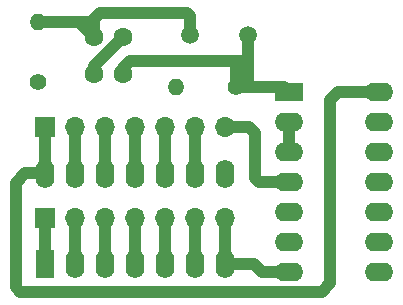
<source format=gbr>
%TF.GenerationSoftware,KiCad,Pcbnew,7.0.9+1*%
%TF.CreationDate,2023-12-23T17:09:25+01:00*%
%TF.ProjectId,PCB_external_oscillator,5043425f-6578-4746-9572-6e616c5f6f73,rev?*%
%TF.SameCoordinates,Original*%
%TF.FileFunction,Copper,L1,Top*%
%TF.FilePolarity,Positive*%
%FSLAX46Y46*%
G04 Gerber Fmt 4.6, Leading zero omitted, Abs format (unit mm)*
G04 Created by KiCad (PCBNEW 7.0.9+1) date 2023-12-23 17:09:25*
%MOMM*%
%LPD*%
G01*
G04 APERTURE LIST*
%TA.AperFunction,ComponentPad*%
%ADD10O,1.700000X1.700000*%
%TD*%
%TA.AperFunction,ComponentPad*%
%ADD11R,1.700000X1.700000*%
%TD*%
%TA.AperFunction,ComponentPad*%
%ADD12C,1.500000*%
%TD*%
%TA.AperFunction,ComponentPad*%
%ADD13O,1.600000X2.400000*%
%TD*%
%TA.AperFunction,ComponentPad*%
%ADD14R,1.600000X2.400000*%
%TD*%
%TA.AperFunction,ComponentPad*%
%ADD15C,1.600000*%
%TD*%
%TA.AperFunction,ComponentPad*%
%ADD16C,1.400000*%
%TD*%
%TA.AperFunction,ComponentPad*%
%ADD17O,1.400000X1.400000*%
%TD*%
%TA.AperFunction,ComponentPad*%
%ADD18O,2.400000X1.600000*%
%TD*%
%TA.AperFunction,ComponentPad*%
%ADD19R,2.400000X1.600000*%
%TD*%
%TA.AperFunction,Conductor*%
%ADD20C,1.000000*%
%TD*%
%TA.AperFunction,Conductor*%
%ADD21C,0.250000*%
%TD*%
G04 APERTURE END LIST*
D10*
%TO.P,J2,7*%
%TO.N,GND*%
X53975000Y-46177200D03*
%TO.P,J2,6*%
%TO.N,unconnected-(U2-Pad6)*%
X51435000Y-46177200D03*
%TO.P,J2,5*%
%TO.N,unconnected-(U2-Pad5)*%
X48895000Y-46177200D03*
%TO.P,J2,4*%
%TO.N,unconnected-(U2-Pad4)*%
X46355000Y-46177200D03*
%TO.P,J2,3*%
%TO.N,unconnected-(U2-Pad3)*%
X43815000Y-46177200D03*
%TO.P,J2,2*%
%TO.N,unconnected-(U2-Pad2)*%
X41275000Y-46177200D03*
D11*
%TO.P,J2,1*%
%TO.N,unconnected-(U2-Pad1)*%
X38735000Y-46177200D03*
%TD*%
D10*
%TO.P,J1,7*%
%TO.N,CLK*%
X53949600Y-38481000D03*
%TO.P,J1,6*%
%TO.N,unconnected-(U2-Pad9)*%
X51409600Y-38481000D03*
%TO.P,J1,5*%
%TO.N,unconnected-(U2-Pad10)*%
X48869600Y-38481000D03*
%TO.P,J1,4*%
%TO.N,unconnected-(U2-Pad11)*%
X46329600Y-38481000D03*
%TO.P,J1,3*%
%TO.N,unconnected-(U2-Pad12)*%
X43789600Y-38481000D03*
%TO.P,J1,2*%
%TO.N,unconnected-(U2-Pad13)*%
X41249600Y-38481000D03*
D11*
%TO.P,J1,1*%
%TO.N,+5V*%
X38709600Y-38481000D03*
%TD*%
D12*
%TO.P,Y1,1,1*%
%TO.N,Net-(C1-Pad1)*%
X55935000Y-30665200D03*
%TO.P,Y1,2,2*%
%TO.N,Net-(C2-Pad1)*%
X51055000Y-30665200D03*
%TD*%
D13*
%TO.P,74LS86,14*%
%TO.N,+5V*%
X38727600Y-42450800D03*
%TO.P,74LS86,13*%
%TO.N,unconnected-(U2-Pad13)*%
X41267600Y-42450800D03*
%TO.P,74LS86,12*%
%TO.N,unconnected-(U2-Pad12)*%
X43807600Y-42450800D03*
%TO.P,74LS86,11*%
%TO.N,unconnected-(U2-Pad11)*%
X46347600Y-42450800D03*
%TO.P,74LS86,10*%
%TO.N,unconnected-(U2-Pad10)*%
X48887600Y-42450800D03*
%TO.P,74LS86,9*%
%TO.N,unconnected-(U2-Pad9)*%
X51427600Y-42450800D03*
%TO.P,74LS86,8*%
%TO.N,unconnected-(U2-Pad8)*%
X53967600Y-42450800D03*
%TO.P,74LS86,7*%
%TO.N,GND*%
X53967600Y-50070800D03*
%TO.P,74LS86,6*%
%TO.N,unconnected-(U2-Pad6)*%
X51427600Y-50070800D03*
%TO.P,74LS86,5*%
%TO.N,unconnected-(U2-Pad5)*%
X48887600Y-50070800D03*
%TO.P,74LS86,4*%
%TO.N,unconnected-(U2-Pad4)*%
X46347600Y-50070800D03*
%TO.P,74LS86,3*%
%TO.N,unconnected-(U2-Pad3)*%
X43807600Y-50070800D03*
%TO.P,74LS86,2*%
%TO.N,unconnected-(U2-Pad2)*%
X41267600Y-50070800D03*
D14*
%TO.P,74LS86,1*%
%TO.N,unconnected-(U2-Pad1)*%
X38727600Y-50070800D03*
%TD*%
D15*
%TO.P,C1,1*%
%TO.N,Net-(C1-Pad1)*%
X45357000Y-33992600D03*
%TO.P,C1,2*%
%TO.N,GND*%
X42857000Y-33992600D03*
%TD*%
D16*
%TO.P,R1,1*%
%TO.N,Net-(C1-Pad1)*%
X54940200Y-35102800D03*
D17*
%TO.P,R1,2*%
%TO.N,Net-(R1-Pad2)*%
X49860200Y-35102800D03*
%TD*%
D18*
%TO.P,U1,14,VCC*%
%TO.N,+5V*%
X67056000Y-35534600D03*
%TO.P,U1,13*%
%TO.N,unconnected-(U1-Pad13)*%
X67056000Y-38074600D03*
%TO.P,U1,12*%
%TO.N,unconnected-(U1-Pad12)*%
X67056000Y-40614600D03*
%TO.P,U1,11*%
%TO.N,unconnected-(U1-Pad11)*%
X67056000Y-43154600D03*
%TO.P,U1,10*%
%TO.N,unconnected-(U1-Pad10)*%
X67056000Y-45694600D03*
%TO.P,U1,9*%
%TO.N,unconnected-(U1-Pad9)*%
X67056000Y-48234600D03*
%TO.P,U1,8*%
%TO.N,unconnected-(U1-Pad8)*%
X67056000Y-50774600D03*
%TO.P,U1,7,GND*%
%TO.N,GND*%
X59436000Y-50774600D03*
%TO.P,U1,6*%
%TO.N,unconnected-(U1-Pad6)*%
X59436000Y-48234600D03*
%TO.P,U1,5*%
%TO.N,unconnected-(U1-Pad5)*%
X59436000Y-45694600D03*
%TO.P,U1,4*%
%TO.N,CLK*%
X59436000Y-43154600D03*
%TO.P,U1,3*%
%TO.N,Net-(R1-Pad2)*%
X59436000Y-40614600D03*
%TO.P,U1,2*%
X59436000Y-38074600D03*
D19*
%TO.P,U1,1*%
%TO.N,Net-(C1-Pad1)*%
X59436000Y-35534600D03*
%TD*%
D16*
%TO.P,R2,1*%
%TO.N,Net-(R1-Pad2)*%
X38143400Y-34627600D03*
D17*
%TO.P,R2,2*%
%TO.N,Net-(C2-Pad1)*%
X38143400Y-29547600D03*
%TD*%
D15*
%TO.P,C2,1*%
%TO.N,Net-(C2-Pad1)*%
X42869800Y-30835600D03*
%TO.P,C2,2*%
%TO.N,GND*%
X45369800Y-30835600D03*
%TD*%
D20*
%TO.N,Net-(C2-Pad1)*%
X41581800Y-29547600D02*
X42613800Y-29547600D01*
X42613800Y-29547600D02*
X42869800Y-29291600D01*
%TO.N,Net-(C1-Pad1)*%
X54940200Y-35102800D02*
X56159400Y-35102800D01*
X56159400Y-35102800D02*
X59004200Y-35102800D01*
X55935000Y-32791400D02*
X55935000Y-34878400D01*
X55935000Y-34878400D02*
X56159400Y-35102800D01*
X55935000Y-30665200D02*
X55935000Y-32791400D01*
X55935000Y-32791400D02*
X55935000Y-34108000D01*
X55858800Y-32867600D02*
X55935000Y-32791400D01*
X54533800Y-32867600D02*
X55858800Y-32867600D01*
%TO.N,+5V*%
X36245800Y-52044600D02*
X36245800Y-43180000D01*
X37025800Y-42400000D02*
X38727600Y-42400000D01*
X36245800Y-43180000D02*
X37025800Y-42400000D01*
X67056000Y-35534600D02*
X63576200Y-35534600D01*
X63576200Y-35534600D02*
X62890400Y-36220400D01*
X62890400Y-36220400D02*
X62890400Y-51689000D01*
X62153800Y-52425600D02*
X36626800Y-52425600D01*
X62890400Y-51689000D02*
X62153800Y-52425600D01*
X36626800Y-52425600D02*
X36245800Y-52044600D01*
%TO.N,Net-(C1-Pad1)*%
X59004200Y-35102800D02*
X59436000Y-35534600D01*
D21*
X45357000Y-33992600D02*
X45357000Y-33484600D01*
D20*
X45357000Y-33484600D02*
X45974000Y-32867600D01*
X45974000Y-32867600D02*
X54533800Y-32867600D01*
X54533800Y-32867600D02*
X54940200Y-33274000D01*
X54940200Y-33274000D02*
X54940200Y-35102800D01*
%TO.N,Net-(C2-Pad1)*%
X42869800Y-30835600D02*
X42869800Y-29291600D01*
X51055000Y-29058600D02*
X51055000Y-30665200D01*
X42869800Y-29291600D02*
X43357800Y-28803600D01*
X43357800Y-28803600D02*
X50800000Y-28803600D01*
X50800000Y-28803600D02*
X51055000Y-29058600D01*
%TO.N,GND*%
X45369800Y-30835600D02*
X42857000Y-33348400D01*
D21*
X42857000Y-33348400D02*
X42857000Y-33992600D01*
D20*
%TO.N,CLK*%
X53949600Y-38481000D02*
X56032400Y-38481000D01*
X56845200Y-43154600D02*
X59436000Y-43154600D01*
X56032400Y-38481000D02*
X56515000Y-38963600D01*
X56515000Y-38963600D02*
X56515000Y-42824400D01*
X56515000Y-42824400D02*
X56845200Y-43154600D01*
%TO.N,unconnected-(U2-Pad2)*%
X41267600Y-46133800D02*
X41267600Y-50020000D01*
%TO.N,GND*%
X53975000Y-46177200D02*
X53975000Y-50063400D01*
D21*
X53975000Y-50063400D02*
X53967600Y-50070800D01*
%TO.N,unconnected-(U2-Pad2)*%
X41267600Y-50020000D02*
X41318400Y-50070800D01*
D20*
%TO.N,unconnected-(U2-Pad12)*%
X43807600Y-38513800D02*
X43807600Y-42400000D01*
D21*
%TO.N,unconnected-(U2-Pad11)*%
X46347600Y-42400000D02*
X46398400Y-42450800D01*
D20*
%TO.N,unconnected-(U2-Pad4)*%
X46347600Y-46133800D02*
X46347600Y-50020000D01*
D21*
%TO.N,unconnected-(U2-Pad9)*%
X51427600Y-42400000D02*
X51478400Y-42450800D01*
%TO.N,unconnected-(U2-Pad6)*%
X51427600Y-50020000D02*
X51478400Y-50070800D01*
D20*
%TO.N,unconnected-(U2-Pad1)*%
X38727600Y-46133800D02*
X38727600Y-50020000D01*
D21*
X38727600Y-50020000D02*
X38778400Y-50070800D01*
D20*
%TO.N,unconnected-(U2-Pad11)*%
X46347600Y-38513800D02*
X46347600Y-42400000D01*
%TO.N,unconnected-(U2-Pad10)*%
X48887600Y-38513800D02*
X48887600Y-42400000D01*
D21*
X48887600Y-42400000D02*
X48938400Y-42450800D01*
D20*
%TO.N,unconnected-(U2-Pad13)*%
X41267600Y-38513800D02*
X41267600Y-42400000D01*
D21*
%TO.N,unconnected-(U2-Pad4)*%
X46347600Y-50020000D02*
X46398400Y-50070800D01*
D20*
%TO.N,unconnected-(U2-Pad9)*%
X51427600Y-38513800D02*
X51427600Y-42400000D01*
D21*
%TO.N,unconnected-(U2-Pad12)*%
X43807600Y-42400000D02*
X43858400Y-42450800D01*
D20*
%TO.N,unconnected-(U2-Pad6)*%
X51427600Y-46133800D02*
X51427600Y-50020000D01*
%TO.N,unconnected-(U2-Pad5)*%
X48887600Y-46133800D02*
X48887600Y-50020000D01*
%TO.N,unconnected-(U2-Pad3)*%
X43807600Y-46133800D02*
X43807600Y-50020000D01*
D21*
%TO.N,unconnected-(U2-Pad13)*%
X41267600Y-42400000D02*
X41318400Y-42450800D01*
%TO.N,unconnected-(U2-Pad3)*%
X43807600Y-50020000D02*
X43858400Y-50070800D01*
%TO.N,unconnected-(U2-Pad5)*%
X48887600Y-50020000D02*
X48938400Y-50070800D01*
D20*
%TO.N,Net-(C1-Pad1)*%
X55935000Y-34108000D02*
X54940200Y-35102800D01*
%TO.N,GND*%
X53967600Y-50070800D02*
X56420800Y-50070800D01*
D21*
X53967600Y-50020000D02*
X54018400Y-50070800D01*
X45369800Y-31479800D02*
X45369800Y-30835600D01*
D20*
X56420800Y-50070800D02*
X57124600Y-50774600D01*
X57124600Y-50774600D02*
X59436000Y-50774600D01*
%TO.N,Net-(C2-Pad1)*%
X38143400Y-29547600D02*
X41581800Y-29547600D01*
X41581800Y-29547600D02*
X42869800Y-30835600D01*
%TO.N,Net-(R1-Pad2)*%
X59436000Y-38074600D02*
X59436000Y-40614600D01*
D21*
%TO.N,+5V*%
X38727600Y-42400000D02*
X38778400Y-42450800D01*
D20*
X38727600Y-38513800D02*
X38727600Y-42400000D01*
%TD*%
M02*

</source>
